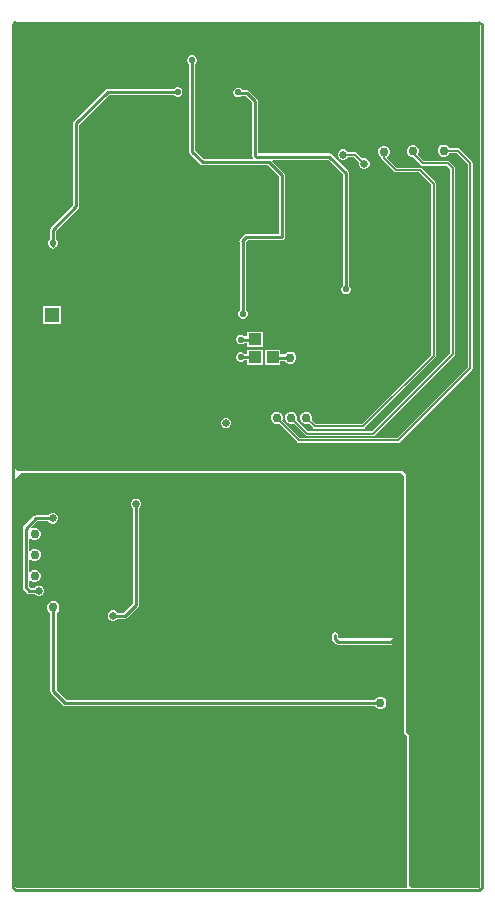
<source format=gbl>
G04*
G04 #@! TF.GenerationSoftware,Altium Limited,CircuitMaker,2.2.1 (2.2.1.6)*
G04*
G04 Layer_Physical_Order=2*
G04 Layer_Color=11436288*
%FSLAX25Y25*%
%MOIN*%
G70*
G04*
G04 #@! TF.SameCoordinates,3F80FBB2-A1F2-450A-AE04-FF917F864492*
G04*
G04*
G04 #@! TF.FilePolarity,Positive*
G04*
G01*
G75*
%ADD11C,0.01000*%
%ADD16C,0.00600*%
%ADD21R,0.04134X0.03937*%
%ADD67C,0.03000*%
%ADD73C,0.05118*%
%ADD74R,0.05118X0.05118*%
%ADD75C,0.09055*%
%ADD76C,0.02200*%
%ADD77C,0.02500*%
%ADD78C,0.02800*%
G36*
X183600Y355900D02*
Y68000D01*
X160814D01*
X160000Y68814D01*
X160000Y118974D01*
X158841Y120133D01*
Y205500D01*
X158841Y205501D01*
Y206047D01*
X157887Y207000D01*
X157399D01*
X157300Y207041D01*
X157300Y207041D01*
X30752D01*
X30752Y207041D01*
X30653Y207000D01*
X29500D01*
X28500Y208000D01*
Y354500D01*
Y356000D01*
X183500D01*
X183600Y355900D01*
D02*
G37*
G36*
X158300Y205500D02*
Y119700D01*
X158302Y119677D01*
X159400Y118578D01*
Y68500D01*
X158900Y68000D01*
X29100D01*
X28500Y68600D01*
Y204248D01*
X30752Y206500D01*
X157300D01*
X158300Y205500D01*
D02*
G37*
%LPC*%
G36*
X83118Y335056D02*
X82482D01*
X81894Y334812D01*
X81557Y334475D01*
X59456D01*
X59066Y334398D01*
X58735Y334177D01*
X48279Y323721D01*
X48058Y323390D01*
X47980Y323000D01*
Y295722D01*
X40479Y288221D01*
X40258Y287890D01*
X40180Y287500D01*
Y284225D01*
X39880Y283925D01*
X39637Y283337D01*
Y282700D01*
X39880Y282112D01*
X40330Y281662D01*
X40396Y281635D01*
X40479Y281510D01*
X40810Y281289D01*
X41200Y281212D01*
X41590Y281289D01*
X41921Y281510D01*
X41958Y281547D01*
X41993Y281600D01*
X42143Y281662D01*
X42593Y282112D01*
X42837Y282700D01*
Y283337D01*
X42593Y283925D01*
X42220Y284299D01*
Y287078D01*
X49721Y294579D01*
X49942Y294910D01*
X50020Y295300D01*
Y322578D01*
X59878Y332436D01*
X81557D01*
X81894Y332100D01*
X82482Y331856D01*
X83118D01*
X83706Y332100D01*
X84156Y332550D01*
X84400Y333138D01*
Y333774D01*
X84156Y334362D01*
X83706Y334812D01*
X83118Y335056D01*
D02*
G37*
G36*
X138248Y314250D02*
X137552D01*
X136909Y313984D01*
X136416Y313491D01*
X136150Y312848D01*
Y312152D01*
X136416Y311509D01*
X136909Y311016D01*
X137552Y310750D01*
X138248D01*
X138891Y311016D01*
X139384Y311509D01*
X139456Y311684D01*
X141712D01*
X143373Y310024D01*
X143300Y309848D01*
Y309152D01*
X143566Y308509D01*
X144059Y308016D01*
X144702Y307750D01*
X145398D01*
X146041Y308016D01*
X146534Y308509D01*
X146800Y309152D01*
Y309848D01*
X146534Y310491D01*
X146041Y310984D01*
X145398Y311250D01*
X144702D01*
X144526Y311177D01*
X142627Y313077D01*
X142362Y313254D01*
X142050Y313316D01*
X142050Y313316D01*
X139456D01*
X139384Y313491D01*
X138891Y313984D01*
X138248Y314250D01*
D02*
G37*
G36*
X87918Y345600D02*
X87282D01*
X86694Y345356D01*
X86244Y344906D01*
X86000Y344318D01*
Y343682D01*
X86244Y343094D01*
X86680Y342657D01*
Y313500D01*
X86758Y313110D01*
X86979Y312779D01*
X90379Y309379D01*
X90710Y309158D01*
X91100Y309080D01*
X112778D01*
X116480Y305378D01*
Y286120D01*
X105700D01*
X105310Y286042D01*
X104979Y285821D01*
X103679Y284521D01*
X103458Y284190D01*
X103380Y283800D01*
X103458Y283410D01*
X103480Y283376D01*
Y260743D01*
X103144Y260406D01*
X102900Y259818D01*
Y259182D01*
X103144Y258594D01*
X103594Y258144D01*
X104182Y257900D01*
X104818D01*
X105406Y258144D01*
X105856Y258594D01*
X106100Y259182D01*
Y259818D01*
X105856Y260406D01*
X105520Y260743D01*
Y283478D01*
X106122Y284080D01*
X117500D01*
X117890Y284158D01*
X118221Y284379D01*
X118442Y284710D01*
X118520Y285100D01*
Y305800D01*
X118442Y306190D01*
X118221Y306521D01*
X114362Y310380D01*
X114569Y310880D01*
X132978D01*
X137880Y305978D01*
Y268843D01*
X137544Y268506D01*
X137300Y267918D01*
Y267282D01*
X137544Y266694D01*
X137994Y266244D01*
X138582Y266000D01*
X139218D01*
X139806Y266244D01*
X140256Y266694D01*
X140500Y267282D01*
Y267918D01*
X140256Y268506D01*
X139920Y268843D01*
Y306400D01*
X139842Y306790D01*
X139621Y307121D01*
X134121Y312621D01*
X133790Y312842D01*
X133400Y312920D01*
X109670D01*
Y330350D01*
X109592Y330740D01*
X109371Y331071D01*
X106721Y333721D01*
X106390Y333942D01*
X106000Y334020D01*
X104416D01*
X104357Y334163D01*
X103907Y334613D01*
X103319Y334856D01*
X102682D01*
X102094Y334613D01*
X101644Y334163D01*
X101400Y333575D01*
Y332938D01*
X101644Y332350D01*
X102094Y331900D01*
X102682Y331656D01*
X103319D01*
X103907Y331900D01*
X103987Y331980D01*
X105578D01*
X107630Y329928D01*
Y312300D01*
X107708Y311910D01*
X107902Y311620D01*
X107864Y311459D01*
X107681Y311120D01*
X91522D01*
X88720Y313922D01*
Y342857D01*
X88956Y343094D01*
X89200Y343682D01*
Y344318D01*
X88956Y344906D01*
X88506Y345356D01*
X87918Y345600D01*
D02*
G37*
G36*
X43959Y262059D02*
X37841D01*
Y255941D01*
X43959D01*
Y262059D01*
D02*
G37*
G36*
X111114Y253468D02*
X105980D01*
Y251920D01*
X105043D01*
X104706Y252256D01*
X104118Y252500D01*
X103482D01*
X102894Y252256D01*
X102444Y251806D01*
X102200Y251218D01*
Y250582D01*
X102444Y249994D01*
X102894Y249544D01*
X103482Y249300D01*
X104118D01*
X104706Y249544D01*
X105043Y249880D01*
X105980D01*
Y248532D01*
X111114D01*
Y253468D01*
D02*
G37*
G36*
Y247468D02*
X105980D01*
Y246020D01*
X105043D01*
X104706Y246356D01*
X104118Y246600D01*
X103482D01*
X102894Y246356D01*
X102444Y245906D01*
X102200Y245318D01*
Y244682D01*
X102444Y244094D01*
X102894Y243644D01*
X103482Y243400D01*
X104118D01*
X104706Y243644D01*
X105043Y243980D01*
X105980D01*
Y242531D01*
X111114D01*
Y247468D01*
D02*
G37*
G36*
X117020D02*
X111886D01*
Y242531D01*
X117020D01*
Y243880D01*
X118558D01*
X118605Y243767D01*
X119167Y243204D01*
X119902Y242900D01*
X120698D01*
X121433Y243204D01*
X121995Y243767D01*
X122300Y244502D01*
Y245298D01*
X121995Y246033D01*
X121433Y246596D01*
X120698Y246900D01*
X119902D01*
X119167Y246596D01*
X118605Y246033D01*
X118558Y245920D01*
X117020D01*
Y247468D01*
D02*
G37*
G36*
X151898Y315500D02*
X151102D01*
X150367Y315195D01*
X149804Y314633D01*
X149500Y313898D01*
Y313102D01*
X149804Y312367D01*
X150367Y311805D01*
X150684Y311673D01*
Y311500D01*
X150684Y311500D01*
X150746Y311188D01*
X150923Y310923D01*
X155023Y306823D01*
X155023Y306823D01*
X155288Y306646D01*
X155600Y306584D01*
X155600Y306584D01*
X163262D01*
X167284Y302562D01*
Y245838D01*
X144262Y222816D01*
X128838D01*
X127569Y224085D01*
X127700Y224402D01*
Y225198D01*
X127395Y225933D01*
X126833Y226496D01*
X126098Y226800D01*
X125302D01*
X124567Y226496D01*
X124004Y225933D01*
X123700Y225198D01*
Y224402D01*
X124004Y223667D01*
X124567Y223105D01*
X125302Y222800D01*
X126098D01*
X126415Y222931D01*
X127923Y221423D01*
X127923Y221423D01*
X128188Y221246D01*
X128500Y221184D01*
X128500Y221184D01*
X144600D01*
X144600Y221184D01*
X144912Y221246D01*
X145177Y221423D01*
X168677Y244923D01*
X168677Y244923D01*
X168854Y245188D01*
X168916Y245500D01*
X168916Y245500D01*
Y302900D01*
X168916Y302900D01*
X168854Y303212D01*
X168677Y303477D01*
X164177Y307977D01*
X163912Y308154D01*
X163600Y308216D01*
X163600Y308216D01*
X155938D01*
X152586Y311568D01*
X152633Y311805D01*
X153196Y312367D01*
X153500Y313102D01*
Y313898D01*
X153196Y314633D01*
X152633Y315195D01*
X151898Y315500D01*
D02*
G37*
G36*
X99248Y224750D02*
X98552D01*
X97909Y224484D01*
X97416Y223991D01*
X97150Y223348D01*
Y222652D01*
X97416Y222009D01*
X97909Y221516D01*
X98552Y221250D01*
X99248D01*
X99891Y221516D01*
X100384Y222009D01*
X100650Y222652D01*
Y223348D01*
X100384Y223991D01*
X99891Y224484D01*
X99248Y224750D01*
D02*
G37*
G36*
X161598Y315700D02*
X160802D01*
X160067Y315395D01*
X159504Y314833D01*
X159200Y314098D01*
Y313302D01*
X159504Y312567D01*
X160067Y312004D01*
X160802Y311700D01*
X161346D01*
X164023Y309023D01*
X164023Y309023D01*
X164288Y308846D01*
X164600Y308784D01*
X164600Y308784D01*
X172562D01*
X173639Y307708D01*
Y246392D01*
X147562Y220316D01*
X126338D01*
X122569Y224085D01*
X122700Y224402D01*
Y225198D01*
X122396Y225933D01*
X121833Y226496D01*
X121098Y226800D01*
X120302D01*
X119567Y226496D01*
X119004Y225933D01*
X118700Y225198D01*
Y224402D01*
X119004Y223667D01*
X119567Y223105D01*
X120302Y222800D01*
X121098D01*
X121415Y222931D01*
X125423Y218923D01*
X125423Y218923D01*
X125688Y218746D01*
X126000Y218684D01*
X147900D01*
X147900Y218684D01*
X148212Y218746D01*
X148477Y218923D01*
X175031Y245477D01*
X175031Y245478D01*
X175208Y245742D01*
X175270Y246054D01*
X175270Y246054D01*
Y308046D01*
X175270Y308046D01*
X175208Y308358D01*
X175031Y308623D01*
X175031Y308623D01*
X173477Y310177D01*
X173212Y310354D01*
X172900Y310416D01*
X172900Y310416D01*
X164938D01*
X162841Y312513D01*
X162896Y312567D01*
X163200Y313302D01*
Y314098D01*
X162896Y314833D01*
X162333Y315395D01*
X161598Y315700D01*
D02*
G37*
G36*
X171898Y315900D02*
X171102D01*
X170367Y315596D01*
X169805Y315033D01*
X169500Y314298D01*
Y313502D01*
X169805Y312767D01*
X170367Y312205D01*
X171102Y311900D01*
X171898D01*
X172633Y312205D01*
X173196Y312767D01*
X173327Y313084D01*
X175962D01*
X179495Y309551D01*
Y241649D01*
X155962Y218116D01*
X123638D01*
X117669Y224085D01*
X117800Y224402D01*
Y225198D01*
X117496Y225933D01*
X116933Y226496D01*
X116198Y226800D01*
X115402D01*
X114667Y226496D01*
X114104Y225933D01*
X113800Y225198D01*
Y224402D01*
X114104Y223667D01*
X114667Y223105D01*
X115402Y222800D01*
X116198D01*
X116515Y222931D01*
X122723Y216723D01*
X122723Y216723D01*
X122988Y216546D01*
X123300Y216484D01*
X156300D01*
X156300Y216484D01*
X156612Y216546D01*
X156877Y216723D01*
X180888Y240734D01*
X180888Y240734D01*
X181064Y240999D01*
X181127Y241311D01*
X181127Y241311D01*
Y309889D01*
X181127Y309889D01*
X181064Y310201D01*
X180888Y310466D01*
X180888Y310466D01*
X176877Y314477D01*
X176612Y314654D01*
X176300Y314716D01*
X176300Y314716D01*
X173327D01*
X173196Y315033D01*
X172633Y315596D01*
X171898Y315900D01*
D02*
G37*
G36*
X41448Y193050D02*
X40752D01*
X40109Y192784D01*
X39645Y192320D01*
X35500D01*
X35110Y192242D01*
X34779Y192021D01*
X31379Y188621D01*
X31158Y188290D01*
X31080Y187900D01*
Y168400D01*
X31158Y168010D01*
X31379Y167679D01*
X32679Y166379D01*
X33010Y166158D01*
X33400Y166080D01*
X35045D01*
X35509Y165616D01*
X36152Y165350D01*
X36848D01*
X37491Y165616D01*
X37984Y166109D01*
X38250Y166752D01*
Y167448D01*
X37984Y168091D01*
X37491Y168584D01*
X36848Y168850D01*
X36152D01*
X35509Y168584D01*
X35045Y168120D01*
X33822D01*
X33120Y168822D01*
Y170545D01*
X33620Y170752D01*
X33967Y170405D01*
X34702Y170100D01*
X35498D01*
X36233Y170405D01*
X36795Y170967D01*
X37100Y171702D01*
Y172498D01*
X36795Y173233D01*
X36233Y173795D01*
X35498Y174100D01*
X34702D01*
X33967Y173795D01*
X33620Y173448D01*
X33120Y173655D01*
Y177645D01*
X33620Y177852D01*
X33967Y177505D01*
X34702Y177200D01*
X35498D01*
X36233Y177505D01*
X36795Y178067D01*
X37100Y178802D01*
Y179598D01*
X36795Y180333D01*
X36233Y180895D01*
X35498Y181200D01*
X34702D01*
X33967Y180895D01*
X33620Y180548D01*
X33120Y180755D01*
Y184545D01*
X33620Y184752D01*
X33967Y184405D01*
X34702Y184100D01*
X35498D01*
X36233Y184405D01*
X36795Y184967D01*
X37100Y185702D01*
Y186498D01*
X36795Y187233D01*
X36233Y187795D01*
X35498Y188100D01*
X34702D01*
X34270Y187921D01*
X33987Y188345D01*
X35922Y190280D01*
X39645D01*
X40109Y189816D01*
X40752Y189550D01*
X41448D01*
X42091Y189816D01*
X42584Y190309D01*
X42850Y190952D01*
Y191648D01*
X42584Y192291D01*
X42091Y192784D01*
X41448Y193050D01*
D02*
G37*
G36*
X69248Y197850D02*
X68552D01*
X67909Y197584D01*
X67416Y197091D01*
X67150Y196448D01*
Y195752D01*
X67416Y195109D01*
X67880Y194645D01*
Y162966D01*
X64813Y159898D01*
X62655D01*
X62191Y160362D01*
X61548Y160629D01*
X60852D01*
X60209Y160362D01*
X59716Y159870D01*
X59450Y159227D01*
Y158531D01*
X59716Y157887D01*
X60209Y157395D01*
X60852Y157129D01*
X61548D01*
X62191Y157395D01*
X62655Y157859D01*
X65235D01*
X65626Y157937D01*
X65956Y158158D01*
X69621Y161822D01*
X69842Y162153D01*
X69920Y162543D01*
Y194645D01*
X70384Y195109D01*
X70650Y195752D01*
Y196448D01*
X70384Y197091D01*
X69891Y197584D01*
X69248Y197850D01*
D02*
G37*
G36*
X135328Y153469D02*
X134938Y153392D01*
X134607Y153171D01*
X134386Y152840D01*
X134309Y152450D01*
Y151119D01*
X134351Y150907D01*
X134386Y150729D01*
X134386Y150729D01*
X134386Y150729D01*
X134497Y150563D01*
X134607Y150398D01*
X135493Y149512D01*
X135493Y149512D01*
X135493Y149512D01*
X135669Y149395D01*
X135824Y149291D01*
X135824Y149291D01*
X135824Y149291D01*
X136035Y149249D01*
X136214Y149213D01*
X136214Y149213D01*
X136214Y149213D01*
X155233D01*
X155623Y149291D01*
X155954Y149512D01*
X156175Y149843D01*
X156253Y150233D01*
X156175Y150623D01*
X155954Y150954D01*
X155623Y151175D01*
X155233Y151253D01*
X136637D01*
X136348Y151541D01*
Y152450D01*
X136270Y152840D01*
X136049Y153171D01*
X135719Y153392D01*
X135328Y153469D01*
D02*
G37*
G36*
X41798Y163600D02*
X41002D01*
X40267Y163295D01*
X39704Y162733D01*
X39400Y161998D01*
Y161202D01*
X39704Y160467D01*
X40267Y159905D01*
X40380Y159857D01*
Y133700D01*
X40458Y133310D01*
X40679Y132979D01*
X44579Y129079D01*
X44910Y128858D01*
X45300Y128780D01*
X148658D01*
X148705Y128667D01*
X149267Y128104D01*
X150002Y127800D01*
X150798D01*
X151533Y128104D01*
X152095Y128667D01*
X152400Y129402D01*
Y130198D01*
X152095Y130933D01*
X151533Y131495D01*
X150798Y131800D01*
X150002D01*
X149267Y131495D01*
X148705Y130933D01*
X148658Y130820D01*
X45722D01*
X42420Y134122D01*
Y159857D01*
X42533Y159905D01*
X43095Y160467D01*
X43400Y161202D01*
Y161998D01*
X43095Y162733D01*
X42533Y163295D01*
X41798Y163600D01*
D02*
G37*
%LPD*%
D11*
X103000Y333256D02*
X103256Y333000D01*
X106000D01*
X108650Y312300D02*
Y330350D01*
X106000Y333000D02*
X108650Y330350D01*
X41200Y282231D02*
Y287500D01*
X49000Y323000D02*
X59456Y333456D01*
X82800D01*
X49000Y295300D02*
Y323000D01*
X87600Y344000D02*
X87700Y343900D01*
Y313500D02*
Y343900D01*
X41237Y282268D02*
Y283019D01*
X41200Y282231D02*
X41237Y282268D01*
X133400Y311900D02*
X138900Y306400D01*
X103800Y245000D02*
X108547D01*
X138900Y267600D02*
Y306400D01*
X109050Y311900D02*
X133400D01*
X108650Y312300D02*
X109050Y311900D01*
X41200Y287500D02*
X49000Y295300D01*
X87700Y313500D02*
X91100Y310100D01*
X113200D01*
X117500Y305800D01*
Y285100D02*
Y305800D01*
X105700Y285100D02*
X117500D01*
X104400Y283800D02*
X105700Y285100D01*
X104400Y283800D02*
X104500Y283700D01*
Y259500D02*
Y283700D01*
X103800Y250900D02*
X108447D01*
X108547Y251000D01*
X114453Y245000D02*
X114553Y244900D01*
X120300D01*
X33400Y167100D02*
X36500D01*
X32100Y187900D02*
X35500Y191300D01*
X41100D01*
X32100Y168400D02*
Y187900D01*
Y168400D02*
X33400Y167100D01*
X45300Y129800D02*
X150400D01*
X41400Y133700D02*
X45300Y129800D01*
X41400Y133700D02*
Y161600D01*
X68900Y162543D02*
Y196100D01*
X65235Y158879D02*
X68900Y162543D01*
X61200Y158879D02*
X65235D01*
X135328Y151119D02*
X136214Y150233D01*
X135328Y151119D02*
Y152450D01*
X136214Y150233D02*
X155233D01*
X184100Y356000D02*
G03*
X183600Y356500I-500J0D01*
G01*
X184100Y356000D02*
G03*
X183600Y356500I-500J0D01*
G01*
Y67500D02*
G03*
X184100Y68000I0J500D01*
G01*
X183600Y67500D02*
G03*
X184100Y68000I0J500D01*
G01*
X28500Y356500D02*
G03*
X28000Y356000I0J-500D01*
G01*
X28500Y356500D02*
G03*
X28000Y356000I0J-500D01*
G01*
Y68000D02*
G03*
X28500Y67500I500J0D01*
G01*
X28000Y68000D02*
G03*
X28500Y67500I500J0D01*
G01*
X184100Y68000D02*
Y356000D01*
X28500Y356500D02*
X183600D01*
X28500Y67500D02*
X183600D01*
X28000Y68000D02*
Y356000D01*
D16*
X176300Y313900D02*
X180311Y309889D01*
Y241311D02*
Y309889D01*
X156300Y217300D02*
X180311Y241311D01*
X172900Y309600D02*
X174454Y308046D01*
Y246054D02*
Y308046D01*
X147900Y219500D02*
X174454Y246054D01*
X144600Y222000D02*
X168100Y245500D01*
X128500Y222000D02*
X144600D01*
X125700Y224800D02*
X128500Y222000D01*
X151500Y311500D02*
Y313500D01*
Y311500D02*
X155600Y307400D01*
X163600D01*
X168100Y302900D01*
Y245500D02*
Y302900D01*
X164600Y309600D02*
X172900D01*
X161200Y313000D02*
Y313700D01*
Y313000D02*
X164600Y309600D01*
X171500Y313900D02*
X176300D01*
X126000Y219500D02*
X147900D01*
X120700Y224800D02*
X126000Y219500D01*
X123300Y217300D02*
X156300D01*
X115800Y224800D02*
X123300Y217300D01*
X137900Y312500D02*
X142050D01*
X145050Y309500D01*
D21*
X114453Y245000D02*
D03*
X108547D02*
D03*
Y251000D02*
D03*
X114453D02*
D03*
D67*
X151500Y313500D02*
D03*
X161200Y313700D02*
D03*
X171500Y313900D02*
D03*
X125700Y224800D02*
D03*
X120700D02*
D03*
X115800D02*
D03*
X164100Y184500D02*
D03*
Y154300D02*
D03*
Y168700D02*
D03*
Y198200D02*
D03*
X31400Y202000D02*
D03*
X120300Y244900D02*
D03*
X51400Y202000D02*
D03*
X45100D02*
D03*
X39100D02*
D03*
X132097Y136990D02*
D03*
Y157200D02*
D03*
X132400Y112356D02*
D03*
X141774D02*
D03*
X150000D02*
D03*
X121600D02*
D03*
X150000Y122800D02*
D03*
X58100Y202000D02*
D03*
X31400Y195000D02*
D03*
X51400Y197100D02*
D03*
X132097Y147400D02*
D03*
X121600Y90056D02*
D03*
X150000Y79056D02*
D03*
X141774D02*
D03*
X132400D02*
D03*
X121600D02*
D03*
X150000Y90056D02*
D03*
X141774D02*
D03*
X132400D02*
D03*
X150000Y101156D02*
D03*
X141774D02*
D03*
X132400D02*
D03*
X121600D02*
D03*
X141774Y122800D02*
D03*
X132400D02*
D03*
X121600D02*
D03*
X103974Y125300D02*
D03*
X94374D02*
D03*
X83474D02*
D03*
X73574D02*
D03*
X65700D02*
D03*
X63066Y106952D02*
D03*
X55974Y107156D02*
D03*
X120800Y137156D02*
D03*
X112274D02*
D03*
X103974D02*
D03*
X120800Y147400D02*
D03*
X112274D02*
D03*
X120800Y157400D02*
D03*
X112274D02*
D03*
X94374Y137156D02*
D03*
X83474D02*
D03*
X73574D02*
D03*
X65700D02*
D03*
X73574Y144856D02*
D03*
X65700Y145056D02*
D03*
X73274Y151956D02*
D03*
X65700Y151856D02*
D03*
X65500Y163200D02*
D03*
X32000Y133386D02*
D03*
X45400Y141800D02*
D03*
Y150700D02*
D03*
Y157700D02*
D03*
X32000Y142098D02*
D03*
Y152200D02*
D03*
Y160900D02*
D03*
X35100Y172100D02*
D03*
Y179200D02*
D03*
Y186100D02*
D03*
X58100Y197200D02*
D03*
X41400Y161600D02*
D03*
X150400Y129800D02*
D03*
D73*
X40900Y229000D02*
D03*
D74*
Y259000D02*
D03*
D75*
X98200Y107417D02*
D03*
Y89700D02*
D03*
D76*
X103000Y333256D02*
D03*
X82800Y333456D02*
D03*
X87600Y344000D02*
D03*
X41237Y283019D02*
D03*
X103800Y245000D02*
D03*
X138900Y267600D02*
D03*
X104500Y259500D02*
D03*
X103800Y250900D02*
D03*
D77*
X94100Y301400D02*
D03*
X85600D02*
D03*
X94000Y306600D02*
D03*
X98900Y223000D02*
D03*
X85400Y306600D02*
D03*
X92400Y219200D02*
D03*
X99690D02*
D03*
X55300D02*
D03*
X38600D02*
D03*
X46490D02*
D03*
X62900D02*
D03*
X73000D02*
D03*
X81400D02*
D03*
X62700Y226631D02*
D03*
X72290D02*
D03*
X55100D02*
D03*
X62700Y240900D02*
D03*
X55100Y240800D02*
D03*
X62700Y248300D02*
D03*
X55100Y248200D02*
D03*
X62700Y233900D02*
D03*
X55100Y234000D02*
D03*
X98456Y235296D02*
D03*
X141090Y231031D02*
D03*
X137900Y312500D02*
D03*
X145050Y309500D02*
D03*
X154100Y209800D02*
D03*
X136500D02*
D03*
X117300D02*
D03*
X97600D02*
D03*
X74200D02*
D03*
X53800D02*
D03*
X37500D02*
D03*
X36500Y167100D02*
D03*
X41100Y191300D02*
D03*
X61200Y158879D02*
D03*
X68900Y196100D02*
D03*
D78*
X155233Y150233D02*
D03*
M02*

</source>
